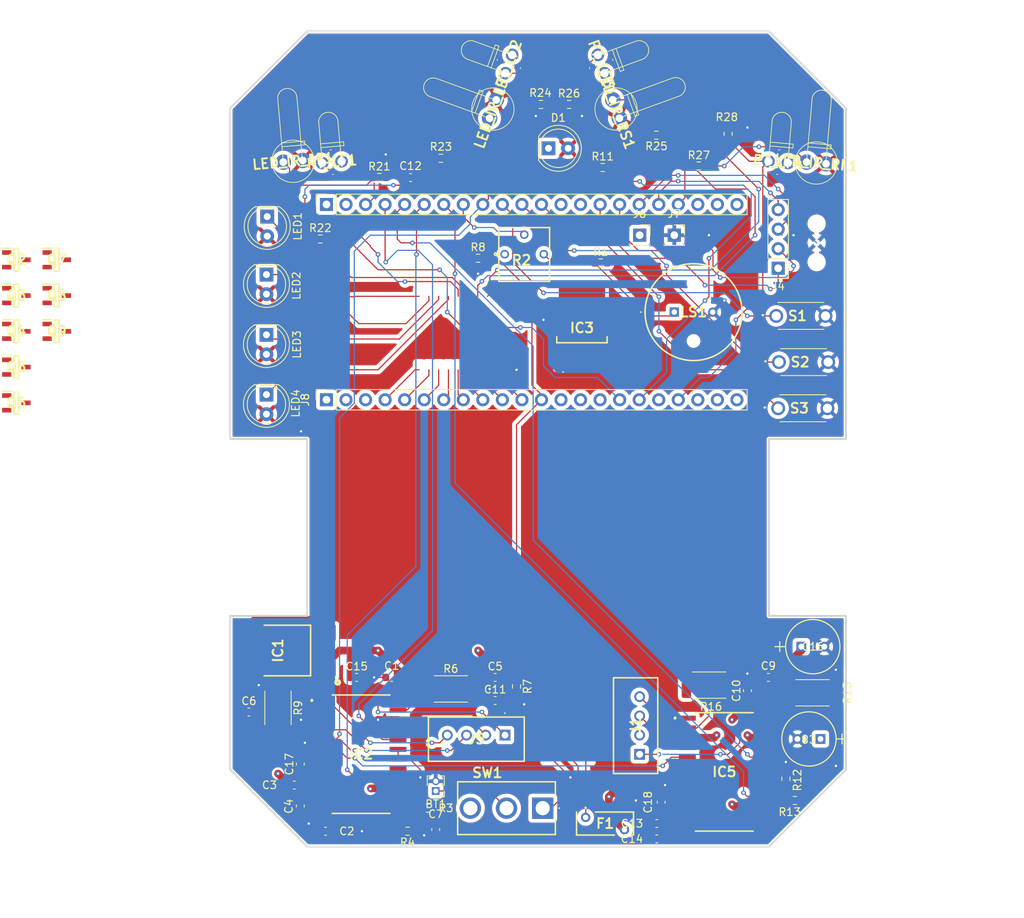
<source format=kicad_pcb>
(kicad_pcb (version 20241229) (generator "pcbnew") (generator_version "9.0")
  (layers (0 "F.Cu" signal) (4 "In1.Cu" power "GND") (6 "In2.Cu" power "PWR") (2 "B.Cu" signal) (13 "F.Paste" user) (15 "B.Paste" user) (5 "F.SilkS" user "F.Silkscreen") (7 "B.SilkS" user "B.Silkscreen") (1 "F.Mask" user) (3 "B.Mask" user) (25 "Edge.Cuts" user))
  (net 0 "")
  (net 1 "GND")
  (net 2 "MODE")
  (net 3 "Net-(BT1-+)")
  (net 4 "+12V")
  (net 5 "Net-(IC2-VCP)")
  (net 6 "Net-(IC2-VREG)")
  (net 7 "5V")
  (net 8 "+5V")
  (net 9 "+3V3")
  (net 10 "Net-(IC5-VCP)")
  (net 11 "Net-(IC5-VREG)")
  (net 12 "Net-(IC2-CP1)")
  (net 13 "Net-(IC2-CP2)")
  (net 14 "Net-(IC5-CP1)")
  (net 15 "Net-(IC5-CP2)")
  (net 16 "Net-(D1-K)")
  (net 17 "Net-(IC2-SENSE2)")
  (net 18 "MOTOR_EN")
  (net 19 "Net-(IC2-SENSE1)")
  (net 20 "DIR_L")
  (net 21 "Net-(IC2-OUT1B)")
  (net 22 "Net-(IC2-OUT2A)")
  (net 23 "Net-(IC2-OUT2B)")
  (net 24 "Net-(SW1-A)")
  (net 25 "STEP_L")
  (net 26 "Net-(IC2-OUT1A)")
  (net 27 "SEN_LED_LS")
  (net 28 "LED1")
  (net 29 "SEN_LED_LF")
  (net 30 "SEN_LED_RF")
  (net 31 "LED2")
  (net 32 "SEN_LED_RS")
  (net 33 "LED3")
  (net 34 "LED4")
  (net 35 "Net-(IC5-SENSE1)")
  (net 36 "Net-(IC5-OUT2B)")
  (net 37 "Net-(IC5-REF)")
  (net 38 "Net-(IC5-OUT1A)")
  (net 39 "Net-(IC5-OUT1B)")
  (net 40 "STEP_R")
  (net 41 "DIR_R")
  (net 42 "Net-(IC5-SENSE2)")
  (net 43 "Net-(IC5-OUT2A)")
  (net 44 "UA3")
  (net 45 "UA4")
  (net 46 "UA2")
  (net 47 "UA1")
  (net 48 "Net-(IC2-MS1)")
  (net 52 "Net-(Q2-D)")
  (net 53 "AD_LS")
  (net 54 "AD_RS")
  (net 55 "Net-(Q3-D)")
  (net 58 "AD_LF")
  (net 61 "AD_RF")
  (net 62 "Net-(Q4-D)")
  (net 63 "unconnected-(J9-Pin_3-Pad3)")
  (net 64 "DOWN")
  (net 65 "UP")
  (net 67 "BUZZER")
  (net 68 "Net-(Q5-D)")
  (net 69 "EXECUTE")
  (net 72 "Net-(LED1-K)")
  (net 73 "Net-(LED2-K)")
  (net 74 "Net-(LED3-K)")
  (net 75 "Net-(LED4-K)")
  (net 76 "Net-(LED_IR_LF1-K)")
  (net 77 "Net-(LED_IR_LS1-K)")
  (net 78 "Net-(LED_IR_RF1-K)")
  (net 79 "Net-(LED_IR_RS1-K)")
  (net 80 "Net-(LS1-+)")
  (net 82 "BATTERY")
  (footprint "Capacitor_SMD:C_0603_1608Metric" (layer "F.Cu") (at 131.175 121.1 180)
    (property "Reference" "C1")
    (property "Value" "10u" (hide yes))
  )
  (footprint "Connector_PinSocket_2.54mm:PinSocket_1x22_P2.54mm_Vertical" (layer "F.Cu") (at 122.7 59.6 90)
    (property "Reference" "J9" (hide yes))
    (property "Value" "Conn_01x22_Socket" (hide yes))
  )
  (footprint "ANT11SF1CQE:ANT11SF1CQE" (layer "F.Cu") (at 150.8 138.1 90)
    (property "Reference" "SW1")
    (property "Value" "SW_SPST" (hide yes))
  )
  (footprint "PTS636_SL43_LFS:PTS636SL43LFS" (layer "F.Cu") (at 181.4 86.1)
    (property "Reference" "S3")
    (property "Value" "PTS636_SL43_LFS" (hide yes))
  )
  (footprint "Capacitor_SMD:C_0603_1608Metric" (layer "F.Cu") (at 112.625 125.6)
    (property "Reference" "C6")
    (property "Value" "2.2u" (hide yes))
  )
  (footprint "Resistor_SMD:R_0603_1608Metric" (layer "F.Cu") (at 137.575 53.6 180)
    (property "Reference" "R23")
    (property "Value" "33" (hide yes))
  )
  (footprint "Capacitor_SMD:C_0603_1608Metric" (layer "F.Cu") (at 166.2 137.325 90)
    (property "Reference" "C18")
    (property "Value" "0.1u" (hide yes))
  )
  (footprint "Connector_PinSocket_2.54mm:PinSocket_1x22_P2.54mm_Vertical" (layer "F.Cu") (at 122.7 85 90)
    (property "Reference" "J8")
    (property "Value" "Conn_01x22_Socket" (hide yes))
  )
  (footprint "KiCad:SOT95P280X125-3N" (layer "F.Cu") (at 82.4 76.1)
    (property "Reference" "Q4")
    (property "Value" "AO3400A" (hide yes))
  )
  (footprint "Resistor_SMD:R_2512_6332Metric" (layer "F.Cu") (at 185.8625 123.1)
    (property "Reference" "R15")
    (property "Value" "0.56" (hide yes))
  )
  (footprint "PTS636_SL43_LFS:PTS636SL43LFS" (layer "F.Cu") (at 181.5 80.1)
    (property "Reference" "S2")
    (property "Value" "PTS636_SL43_LFS" (hide yes))
  )
  (footprint "Capacitor_SMD:C_0603_1608Metric" (layer "F.Cu") (at 118.525 135.1)
    (property "Reference" "C3")
    (property "Value" "0.1u" (hide yes))
  )
  (footprint "A3982SLBTR-T:A3959SLBTRT" (layer "F.Cu") (at 174.4 133.385)
    (property "Reference" "IC5")
    (property "Value" "A3982SLBTR-T" (hide yes))
  )
  (footprint "Resistor_SMD:R_0603_1608Metric" (layer "F.Cu") (at 147.4 122.275 -90)
    (property "Reference" "R7")
    (property "Value" "30k" (hide yes))
  )
  (footprint "Capacitor_SMD:C_0603_1608Metric" (layer "F.Cu") (at 165.625 142.1 180)
    (property "Reference" "C14")
    (property "Value" "1u" (hide yes))
  )
  (footprint "Resistor_SMD:R_0603_1608Metric" (layer "F.Cu") (at 182.4 134.275 90)
    (property "Reference" "R12")
    (property "Value" "10k" (hide yes))
  )
  (footprint "Connector_PinSocket_2.54mm:PinSocket_1x01_P2.54mm_Vertical" (layer "F.Cu") (at 167.9 63.6)
    (property "Reference" "J7")
    (property "Value" "Conn_01x01_Socket" (hide yes))
  )
  (footprint "Resistor_SMD:R_0603_1608Metric" (layer "F.Cu") (at 129.575 56.1)
    (property "Reference" "R21")
    (property "Value" "1k" (hide yes))
  )
  (footprint "LED_THT:LED_D5.0mm" (layer "F.Cu") (at 114.9 76.55 -90)
    (property "Reference" "LED3")
    (property "Value" "LED" (hide yes))
  )
  (footprint "PKM13EPYH4000-A0:PKM13EPYH4000A0" (layer "F.Cu") (at 167.9 73.6)
    (property "Reference" "LS1")
    (property "Value" "PKM13EPYH4000-A0" (hide yes))
  )
  (footprint "footprints:PCAP_SEP_C6_PAN" (layer "F.Cu") (at 186.8972 129.1 180)
    (property "Reference" "C8")
    (property "Value" "100u")
  )
  (footprint "LED_THT:LED_D5.0mm" (layer "F.Cu") (at 115 61.185 -90)
    (property "Reference" "LED1")
    (property "Value" "LED" (hide yes))
  )
  (footprint "B4B-XH-A:B4BXHA" (layer "F.Cu") (at 163.4 131.1 90)
    (property "Reference" "J1")
    (property "Value" "B4B-XH-A" (hide yes))
  )
  (footprint "LIB_TEFT4300:TEFT4300" (layer "F.Cu") (at 181.4 54.1 -5)
    (property "Reference" "PT_LF4")
    (property "Value" "TEFT4300" (hide yes))
  )
  (footprint "Resistor_SMD:R_0603_1608Metric" (layer "F.Cu") (at 150.575 46.6 180)
    (property "Reference" "R24")
    (property "Value" "1k" (hide yes))
  )
  (footprint "KiCad:3362P_1" (layer "F.Cu") (at 148.4 69.6)
    (property "Reference" "R2")
    (property "Value" "10k" (hide yes))
  )
  (footprint "LIB_TEFT4300:TEFT4300" (layer "F.Cu") (at 158.4 41.35 -70)
    (property "Reference" "PT_LF3")
    (property "Value" "TEFT4300" (hide yes))
  )
  (footprint "Resistor_SMD:R_0603_1608Metric" (layer "F.Cu") (at 158.6 54.8)
    (property "Reference" "R11")
    (property "Value" "1k" (hide yes))
  )
  (footprint "Resistor_SMD:R_2512_6332Metric" (layer "F.Cu") (at 138.8625 122.6)
    (property "Reference" "R6")
    (property "Value" "0.5" (hide yes))
  )
  (footprint "LIB_TEFT4300:TEFT4300" (layer "F.Cu") (at 146.4 41.35 70)
    (property "Reference" "PT_LF2")
    (property "Value" "TEFT4300" (hide yes))
  )
  (footprint "Capacitor_SMD:C_0603_1608Metric" (layer "F.Cu") (at 180.125 121.1 180)
    (property "Reference" "C9")
    (property "Value" "10u" (hide yes))
  )
  (footprint "Resistor_SMD:R_0603_1608Metric" (layer "F.Cu") (at 174.9 50.425 90)
    (property "Reference" "R28")
    (property "Value" "1k" (hide yes))
  )
  (footprint "Capacitor_SMD:C_0603_1608Metric" (layer "F.Cu") (at 144.625 121.1)
    (property "Reference" "C5")
    (property "Value" "0.33u" (hide yes))
  )
  (footprint "Capacitor_SMD:C_0603_1608Metric" (layer "F.Cu") (at 119.3 132.375 90)
    (property "Reference" "C17")
    (property "Value" "0.1u" (hide yes))
  )
  (footprint "LED_THT:LED_D5.0mm" (layer "F.Cu") (at 151.56 52.3)
    (property "Reference" "D1")
    (property "Value" "LED5" (hide yes))
  )
  (footprint "Connector_PinHeader_1.27mm:PinHeader_1x02_P1.27mm_Vertical" (layer "F.Cu") (at 136.9 135.87 180)
    (property "Reference" "BT1")
    (property "Value" "Battery_Cell")
  )
  (footprint "PTS636_SL43_LFS:PTS636SL43LFS" (layer "F.Cu") (at 181.15 74.1)
    (property "Reference" "S1")
    (property "Value" "PTS636_SL43_LFS" (hide yes))
  )
  (footprint "Capacitor_SMD:C_0603_1608Metric" (layer "F.Cu") (at 119.3 137.825 -90)
    (property "Reference" "C4")
    (property "Value" "0.22u" (hide yes))
  )
  (footprint "KiCad:SOT95P280X125-3N" (layer "F.Cu") (at 87.65 76.1)
    (property "Reference" "Q9")
    (property "Value" "AO3400A" (hide yes))
  )
  (footprint "Resistor_SMD:R_2512_6332Metric" (layer "F.Cu") (at 116.4 125.0625 -90)
    (property "Reference" "R9")
    (property "Value" "0.5" (hide yes))
  )
  (footprint "Capacitor_SMD:C_0603_1608Metric" (layer "F.Cu") (at 177.4 122.825 90)
    (property "Reference" "C10")
    (property "Value" "1u" (hide yes))
  )
  (footprint "Capacitor_SMD:C_0603_1608Metric" (layer "F.Cu") (at 122.575 141.1 180)
    (property "Reference" "C2")
    (property "Value" "1u" (hide yes))
  )
  (footprint "LIB_SFH_4545:SFH4545" (layer "F.Cu") (at 185.11 54.1 -5)
    (property "Reference" "LED_IR_RF1")
    (property "Value" "SFH_4545" (hide yes))
  )
  (footprint "LIB_RUSBF110-2:RUSBF1102" (layer "F.Cu") (at 156.375 139.3)
    (property "Reference" "F1")
    (property "Value" "RUSBF110-2" (hide yes))
  )
  (footprint "Connector_PinSocket_2.54mm:PinSocket_1x01_P2.54mm_Vertical" (layer "F.Cu") (at 163.4 63.6)
    (property "Reference" "J6")
    (property "Value" "Conn_01x01_Socket" (hide yes))
  )
  (footprint "Resistor_SMD:R_2512_6332Metric" (layer "F.Cu") (at 172.4375 122.1)
    (property "Reference" "R16")
    (property "Value" "0.56" (hide yes))
  )
  (footprint "Resistor_SMD:R_0603_1608Metric" (layer "F.Cu") (at 171.075 54.6 180)
    (property "Reference" "R27")
    (property "Value" "33" (hide yes))
  )
  (footprint "Capacitor_SMD:C_0603_1608Metric" (layer "F.Cu") (at 126.625 121.1)
    (property "Reference" "C15")
    (property "Value" "1u" (hide yes))
  )
  (footprint "KiCad:SOT95P280X125-3N" (layer "F.Cu") (at 82.4 85.4)
    (property "Reference" "Q6")
    (property "Value" "AO3400A" (hide yes))
  )
  (footprint "Capacitor_SMD:C_0603_1608Metric" (layer "F.Cu") (at 136.9 140.875 -90)
    (property "Reference" "C7")
    (property "Value" "1u" (hide yes))
  )
  (footprint "Resistor_SMD:R_0603_1608Metric" (layer "F.Cu") (at 158.35 67.2)
    (property "Reference" "R1")
    (property "Value" "1k" (hide yes))
  )
  (footprint "KiCad:SOT95P280X125-3N" (layer "F.Cu") (at 87.65 71.45)
    (property "Reference" "Q8")
    (property "Value" "AO3400A" (hide yes))
  )
  (footprint "Resistor_SMD:R_0603_1608Metric" (layer "F.Cu") (at 133.225 141.1 180)
    (property "Reference" "R4")
    (property "Value" "20k" (hide yes))
  )
  (footprint "Capacitor_SMD:C_0603_1608Metric" (layer "F.Cu") (at 144.625 124.1)
    (property "Reference" "C11")
    (property "Value" "0.33u" (hide yes))
  )
  (footprint "Resistor_SMD:R_0603_1608Metric" (layer "F.Cu") (at 154.225 46.6)
    (property "Reference" "R26")
    (property "Value" "1k" (hide yes))
  )
  (footprint "LIB_NJM2845DL1-05-TE1:TO-252-3-L1" (layer "F.Cu") (at 114.6 117.6 90)
    (property "Reference" "IC1")
    (property "Value" "NJM2845DL1-05-TE1" (hide yes))
  )
  (footprint "KiCad:SOT95P280X125-3N" (layer "F.Cu") (at 82.4 71.45)
    (property "Reference" "Q3")
    (property "Value" "AO3400A" (hide yes))
  )
  (footprint "Resistor_SMD:R_0603_1608Metric" (layer "F.Cu") (at 183.575 137.1)
    (property "Reference" "R13")
    (property "Value" "20k" (hide yes))
  )
  (footprint "Resistor_SMD:R_0603_1608Metric" (layer "F.Cu") (at 135.9 138.1 180)
    (property "Reference" "R3")
    (property "Value" "10k" (hide yes))
  )
  (footprint "LIB_SFH_4545:SFH4545" (layer "F.Cu") (at 159.90684 46.018794 -70)
    (property "Reference" "LED_IR_RS1")
    (property "Value" "SFH_4545" (hide yes))
  )
  (footprint "Resistor_SMD:R_0603_1608Metric" (layer "F.Cu") (at 165.575 50.6 180)
    (property "Reference" "R25")
    (property "Value" "33" (hide yes))
  )
  (footprint "LIB_SFH_4545:SFH4545" (layer "F.Cu") (at 117.11 54.1 5)
    (property "Reference" "LED_IR_LF1")
    (property "Value" "SFH_4545" (hide yes))
  )
  (footprint "Connector_PinHeader_2.54mm:PinHeader_1x04_P2.54mm_Vertical" (layer "F.Cu") (at 181.4 67.9 180)
    (property "Reference" "J4")
    (property "Value" "Conn_01x04_Socket" (hide yes))
  )
  (footprint "KiCad:SOT95P280X125-3N" (layer "F.Cu") (at 82.4 80.75)
    (property "Reference" "Q5")
    (property "Value" "AO3400A" (hide yes))
  )
  (footprint "Capacitor_SMD:C_0603_1608Metric" (layer "F.Cu") (at 133.625 56.1 180)
    (property "Reference" "C12")
    (property "Value" "2.2u" (hide yes))
  )
  (footprint "footprints:PCAP_SEP_C6_PAN" (layer "F.Cu") (at 184.4028 117.1)
    (property "Reference" "C16")
    (property "Value" "100u")
  )
  (footprint "Capacitor_SMD:C_0603_1608Metric" (layer "F.Cu") (at 165.625 140.1)
    (property "Reference" "C13")
    (property "Value" "0.1u" (hide yes))
  )
  (footprint "LIB_SFH_4545:SFH4545" (layer "F.Cu") (at 143.9 48.381206 70)
    (property "Reference" "LED_IR_LS1")
    (property "Value" "SFH_4545" (hide yes))
  )
  (footprint "Resistor_SMD:R_0603_1608Metric" (layer "F.Cu") (at 142.4 66.6)
    (property "Reference" "R8")
    (property "Value" "10k" (hide yes))
  )
  (footprint "LIB_TEFT4300:TEFT4300" (layer "F.Cu") (at 123.4 54.1 5)
    (property "Reference" "PT_LF1")
    (property "Value" "TEFT4300" (hide yes))
  )
  (footprint "LIB_NJM2845DL1-33-TE1:NJM2845DL133TE1" (layer "F.Cu") (at 155.9 75.6)
    (property "Reference" "IC3")
    (property "Value" "NJM2845DL1-33-TE1" (hide yes))
  )
  (footprint "LED_THT:LED_D5.0mm" (layer "F.Cu") (at 114.9 84.325 -90)
    (property "Reference" "LED4")
    (property "Value" "LED" (hide yes))
  )
  (footprint "A3982SLBTR-T:A3959SLBTRT" (layer "F.Cu") (at 127.2 131.085)
    (property "Reference" "IC2")
    (property "Value" "A3982SLBTR-T" (hide yes))
  )
  (footprint "LED_THT:LED_D5.0mm" (layer "F.Cu") (at 114.9 68.725 -90)
    (property "Reference" "LED2")
    (property "Value" "LED" (hide yes))
  )
  (footprint "KiCad:SOT95P280X125-3N" (layer "F.Cu") (at 82.4 66.8)
    (property "Reference" "Q2")
    (property "Value" "AO3400A" (hide yes))
  )
  (footprint "Resistor_SMD:R_0603_1608Metric" (layer "F.Cu") (at 121.9 64.1)
    (property "Reference" "R22")
    (property "Value" "33" (hide yes))
  )
  (footprint "KiCad:SOT95P280X125-3N" (layer "F.Cu") (at 87.65 66.8)
    (property "Reference" "Q7")
    (property "Value" "AO3400A" (hide yes))
  )
  (footprint "B4B-XH-A:B4BXHA" (layer "F.Cu") (at 145.9 128.6 180)
    (property "Reference" "J5")
    (property "Value" "B4B-XH-A" (hide yes))
  )
  (gr_line (start 120.2 90.1) (end 120.2 113.1) (stroke (width 0.25)) (layer "Edge.Cuts"))
  (gr_line (start 110.2 47.1) (end 110.2 90.1) (stroke (width 0.25)) (layer "Edge.Cuts"))
  (gr_line (start 180.2 90.1) (end 190.2 90.1) (stroke (width 0.25)) (layer "Edge.Cuts"))
  (gr_line (start 110.2 133.1) (end 120.2 143.1) (stroke (width 0.25)) (layer "Edge.Cuts"))
  (gr_line (start 190.2 133.1) (end 190.2 113.1) (stroke (width 0.25)) (layer "Edge.Cuts"))
  (gr_line (start 120.2 37.1) (end 110.2 47.1) (stroke (width 0.25)) (layer "Edge.Cuts"))
  (gr_line (start 120.2 113.1) (end 110.2 113.1) (stroke (width 0.25)) (layer "Edge.Cuts"))
  (gr_line (start 180.2 113.1) (end 180.2 90.1) (stroke (width 0.25)) (layer "Edge.Cuts"))
  (gr_line (start 120.2 143.1) (end 180.2 143.1) (stroke (width 0.25)) (layer "Edge.Cuts"))
  (gr_line (start 180.2 37.1) (end 120.2 37.1) (stroke (width 0.25)) (layer "Edge.Cuts"))
  (gr_line (start 190.2 113.1) (end 180.2 113.1) (stroke (width 0.25)) (layer "Edge.Cuts"))
  (gr_line (start 180.2 143.1) (end 190.2 133.1) (stroke (width 0.25)) (layer "Edge.Cuts"))
  (gr_line (start 110.2 90.1) (end 120.2 90.1) (stroke (width 0.25)) (layer "Edge.Cuts"))
  (gr_line (start 190.2 47.1) (end 180.2 37.1) (stroke (width 0.25)) (layer "Edge.Cuts"))
  (gr_line (start 110.2 113.1) (end 110.2 133.1) (stroke (width 0.25)) (layer "Edge.Cuts"))
  (gr_line (start 190.2 90.1) (end 190.2 47.1) (stroke (width 0.25)) (layer "Edge.Cuts"))
  (segment (start 125.225 71.6) (end 126.4 71.6) (width 0.1524) (layer "F.Cu") (net 0))
  (segment (start 122.225 68.6) (end 125.225 71.6) (width 0.1524) (layer "F.Cu") (net 0))
  (segment (start 122.4 81.1) (end 129.4 81.1) (width 0.1524) (layer "F.Cu") (net 0))
  (segment (start 122.4 77.1) (end 132.1442 77.1) (width 0.1524) (layer "F.Cu") (net 0))
  (segment (start 122.4 72.1) (end 123.9 72.1) (width 0.1524) (layer "F.Cu") (net 0))
  (segment (start 126.9 75.1) (end 133.035 75.1) (width 0.1524) (layer "F.Cu") (net 0))
  (segment (start 133.035 75.1) (end 136.01 72.125) (width 0.1524) (layer "F.Cu") (net 0))
  (segment (start 126.45 71.55) (end 134.74 71.55) (width 0.1524) (layer "F.Cu") (net 0))
  (segment (start 132.1442 77.1) (end 137.28 71.9642) (width 0.1524) (layer "F.Cu") (net 0))
  (segment (start 123.9 72.1) (end 126.9 75.1) (width 0.1524) (layer "F.Cu") (net 0))
  (segment (start 137.28 71.9642) (end 137.28 71.55) (width 0.1524) (layer "F.Cu") (net 0))
  (segment (start 126.4 71.6) (end 126.45 71.55) (width 0.1524) (layer "F.Cu") (net 0))
  (segment (start 136.01 72.125) (end 136.01 71.55) (width 0.1524) (layer "F.Cu") (net 0))
  (segment (start 138.55 71.95) (end 138.55 71.55) (width 0.1524) (layer "F.Cu") (net 0))
  (segment (start 129.4 81.1) (end 138.55 71.95) (width 0.1524) (layer "F.Cu") (net 0))
  (segment (start 185.75 134.1) (end 185.75 135.75) (width 0.1524) (layer "F.Cu") (net 1))
  (segment (start 183.9 129.1) (end 182.4 130.6) (width 0.1524) (layer "F.Cu") (net 1))
  (segment (start 127.4 121.1) (end 128.4 121.1) (width 0.1524) (layer "F.Cu") (net 1))
  (segment (start 132 131.72) (end 133.52 131.72) (width 0.1524) (layer "F.Cu") (net 1))
  (segment (start 177.9 121.1) (end 177.4 120.6) (width 0.1524) (layer "F.Cu") (net 1))
  (segment (start 188.9 118.6) (end 188.9 120.1) (width 0.1524) (layer "F.Cu") (net 1))
  (segment (start 147.4 81.1) (end 144.9 81.1) (width 0.1524) (layer "F.Cu") (net 1))
  (segment (start 164.85 142.1) (end 162.9 140.15) (width 0.1524) (layer "F.Cu") (net 1))
  (segment (start 149.75 47.95) (end 149.9 48.1) (width 0.1524) (layer "F.Cu") (net 1))
  (segment (start 132.85 56.1) (end 131.9 56.1) (width 0.1524) (layer "F.Cu") (net 1))
  (segment (start 177.4 122.05) (end 177.4 120.6) (width 0.1524) (layer "F.Cu") (net 1))
  (segment (start 176.9 120.6) (end 177.4 120.6) (width 0.1524) (layer "F.Cu") (net 1))
  (segment (start 187.4 134.1) (end 188.9 132.6) (width 0.1524) (layer "F.Cu") (net 1))
  (segment (start 136.9 134.6) (end 135.4 134.6) (width 0.1524) (layer "F.Cu") (net 1))
  (segment (start 182.4 130.6) (end 182.4 132.1) (width 0.1524) (layer "F.Cu") (net 1))
  (segment (start 113.4 125.6) (end 113.4 122.6) (width 0.1524) (layer "F.Cu") (net 1))
  (segment (start 185.75 135.75) (end 184.4 137.1) (width 0.1524) (layer "F.Cu") (net 1))
  (segment (start 127.3 141.1) (end 128.8 141.1) (width 0.1524) (layer "F.Cu") (net 1))
  (segment (start 155.05 47.25) (end 155.9 48.1) (width 0.1524) (layer "F.Cu") (net 1))
  (segment (start 180.9 132.1) (end 182.4 132.1) (width 0.1524) (layer "F.Cu") (net 1))
  (segment (start 120.8 140.1) (end 120.4 140.1) (width 0.1524) (layer "F.Cu") (net 1))
  (segment (start 188.825 120.175) (end 188.9 120.1) (width 0.1524) (layer "F.Cu") (net 1))
  (segment (start 142.4 68.6) (end 141.575 67.775) (width 0.1524) (layer "F.Cu") (net 1))
  (segment (start 143.85 124.1) (end 143.85 122.65) (width 0.1524) (layer "F.Cu") (net 1))
  (segment (start 130.45 141.1) (end 132.4 141.1) (width 0.1524) (layer "F.Cu") (net 1))
  (segment (start 119.9 129.6) (end 120.75 130.45) (width 0.1524) (layer "F.Cu") (net 1))
  (segment (start 119.3 139) (end 120.4 140.1) (width 0.1524) (layer "F.Cu") (net 1))
  (segment (start 150.9 74.6) (end 154.705 74.6) (width 0.1524) (layer "F.Cu") (net 1))
  (segment (start 132 130.45) (end 132 131.72) (width 0.1524) (layer "F.Cu") (net 1))
  (segment (start 130.4 54.6) (end 130.4 56.1) (width 0.1524) (layer "F.Cu") (net 1))
  (segment (start 134.9 133.1) (end 134.9 134.1) (width 0.1524) (layer "F.Cu") (net 1))
  (segment (start 116.4 128.025) (end 118.325 128.025) (width 0.1524) (layer "F.Cu") (net 1))
  (segment (start 188.825 123.1) (end 188.825 120.175) (width 0.1524) (layer "F.Cu") (net 1))
  (segment (start 143.325 121.1) (end 141.825 122.6) (width 0.1524) (layer "F.Cu") (net 1))
  (segment (start 143.85 121.1) (end 143.325 121.1) (width 0.1524) (layer "F.Cu") (net 1))
  (segment (start 143.85 121.1) (end 143.85 122.55) (width 0.1524) (layer "F.Cu") (net 1))
  (segment (start 113.9 120.1) (end 113.9 122.1) (width 0.1524) (layer "F.Cu") (net 1))
  (segment (start 122.4 130.45) (end 122.4 131.72) (width 0.1524) (layer "F.Cu") (net 1))
  (segment (start 175.4 122.1) (end 176.9 120.6) (width 0.1524) (layer "F.Cu") (net 1))
  (segment (start 116.4 117.6) (end 113.9 120.1) (width 0.1524) (layer "F.Cu") (net 1))
  (segment (start 187.4 117.1) (end 188.9 118.6) (width 0.1524) (layer "F.Cu") (net 1))
  (segment (start 180.25 132.75) (end 180.9 132.1) (width 0.1524) (layer "F.Cu") (net 1))
  (segment (start 133.52 131.72) (end 134.9 133.1) (width 0.1524) (layer "F.Cu") (net 1))
  (segment (start 149.75 46.6) (end 149.75 47.95) (width 0.1524) (layer "F.Cu") (net 1))
  (segment (start 136.9 141.65) (end 135.416688 141.65) (width 0.1524) (layer "F.Cu") (net 1))
  (segment (start 130.4 53.1) (end 130.4 54.6) (width 0.1524) (layer "F.Cu") (net 1))
  (segment (start 141.825 122.6) (end 143.325 124.1) (width 0.1524) (layer "F.Cu") (net 1))
  (segment (start 113.4 122.6) (end 113.9 122.1) (width 0.1524) (layer "F.Cu") (net 1))
  (segment (start 121.8 141.1) (end 120.8 140.1) (width 0.1524) (layer "F.Cu") (net 1))
  (segment (start 151.8 130.6) (end 151.8 131.5) (width 0.1524) (layer "F.Cu") (net 1))
  (segment (start 177.4 49.6) (end 174.9 49.6) (width 0.1524) (layer "F.Cu") (net 1))
  (segment (start 179.35 121.1) (end 177.9 121.1) (width 0.1524) (layer "F.Cu") (net 1))
  (segment (start 143.325 124.1) (end 143.85 124.1) (width 0.1524) (layer "F.Cu") (net 1))
  (segment (start 151.8 131.5) (end 154.4 134.1) (width 0.1524) (layer "F.Cu") (net 1))
  (segment (start 130.4 121.1) (end 128.4 121.1) (width 0.1524) (layer "F.Cu") (net 1))
  (segment (start 179.2 132.75) (end 179.2 134.02) (width 0.1524) (layer "F.Cu") (net 1))
  (segment (start 155.05 46.6) (end 155.05 47.25) (width 0.1524) (layer "F.Cu") (net 1))
  (segment (start 167.78 134.02) (end 166.7 135.1) (width 0.1524) (layer "F.Cu") (net 1))
  (segment (start 167.78 134.02) (end 169.6 134.02) (width 0.1524) (layer "F.Cu") (net 1))
  (segment (start 143.85 122.65) (end 143.9 122.6) (width 0.1524) (layer "F.Cu") (net 1))
  (segment (start 141.575 67.775) (end 141.575 66.6) (width 0.1524) (layer "F.Cu") (net 1))
  (segment (start 131.9 56.1) (end 130.4 54.6) (width 0.1524) (layer "F.Cu") (net 1))
  (segment (start 120.75 130.45) (end 122.4 130.45) (width 0.1524) (layer "F.Cu") (net 1))
  (segment (start 135.4 134.6) (end 134.9 134.1) (width 0.1524) (layer "F.Cu") (net 1))
  (segment (start 135.416688 141.65) (end 135.4 141.633312) (width 0.1524) (layer "F.Cu") (net 1))
  (segment (start 162.9 140.15) (end 162.9 137.1) (width 0.1524) (layer "F.Cu") (net 1))
  (segment (start 154.705 74.6) (end 155.9 73.405) (width 0.1524) (layer "F.Cu") (net 1))
  (segment (start 179.2 132.75) (end 180.25 132.75) (width 0.1524) (layer "F.Cu") (net 1))
  (segment (start 128.4 121.1) (end 128.9 121.1) (width 0.1524) (layer "F.Cu") (net 1))
  (segment (start 118.325 128.025) (end 119.9 129.6) (width 0.1524) (layer "F.Cu") (net 1))
  (segment (start 143.85 122.55) (end 143.9 122.6) (width 0.1524) (layer "F.Cu") (net 1))
  (segment (start 119.3 138.6) (end 119.3 139) (width 0.1524) (layer "F.Cu") (net 1))
  (via (at 172.4 63.6) (size 0.6) (drill 0.3) (layers "F.Cu" "B.Cu") (net 1))
  (via (at 174.4 72.1) (size 0.6) (drill 0.3) (layers "F.Cu" "B.Cu") (net 1))
  (via (at 147.4 81.1) (size 0.6) (drill 0.3) (layers "F.Cu" "B.Cu") (net 1))
  (via (at 150.9 74.6) (size 0.6) (drill 0.3) (layers "F.Cu" "B.Cu") (net 1))
  (via (at 188.9 120.1) (size 0.6) (drill 0.3) (layers "F.Cu" "B.Cu") (net 1))
  (via (at 119.9 129.6) (size 0.6) (drill 0.3) (layers "F.Cu" "B.Cu") (net 1))
  (via (at 155.9 48.1) (size 0.6) (drill 0.3) (layers "F.Cu" "B.Cu") (net 1))
  (via (at 177.4 49.6) (size 0.6) (drill 0.3) (layers "F.Cu" "B.Cu") (net 1))
  (via (at 119.4 89.1) (size 0.6) (drill 0.3) (layers "F.Cu" "B.Cu") (net 1))
  (via (at 154.4 134.1) (size 0.6) (drill 0.3) (layers "F.Cu" "B.Cu") (net 1))
  (via (at 127.3 141.1) (size 0.6) (drill 0.3) (layers "F.Cu" "B.Cu") (net 1))
  (via (at 120.4 140.1) (size 0.6) (drill 0.3) (layers "F.Cu" "B.Cu") (net 1))
  (via (at 166.7 135.1) (size 0.6) (drill 0.3) (layers "F.Cu" "B.Cu") (net 1))
  (via (at 162.9 137.1) (size 0.6) (drill 0.3) (layers "F.Cu" "B.Cu") (net 1))
  (via (at 143.9 122.6) (size 0.6) (drill 0.3) (layers "F.Cu" "B.Cu") (net 1))
  (via (at 130.4 53.1) (size 0.6) (drill 0.3) (layers "F.Cu" "B.Cu") (net 1))
  (via (at 182.4 132.1) (size 0.6) (drill 0.3) (layers "F.Cu" "B.Cu") (net 1))
  (via (at 188.9 132.6) (size 0.6) (drill 0.3) (layers "F.Cu" "B.Cu") (net 1))
  (via (at 149.9 48.1) (size 0.6) (drill 0.3) (layers "F.Cu" "B.Cu") (net 1))
  (via (at 183.4 63.6) (size 0.6) (drill 0.3) (layers "F.Cu" "B.Cu") (net 1))
  (via (at 134.9 134.1) (size 0.6) (drill 0.3) (layers "F.Cu" "B.Cu") (net 1))
  (via (at 142.4 68.6) (size 0.6) (drill 0.3) (layers "F.Cu" "B.Cu") (net 1))
  (via (at 128.9 121.1) (size 0.6) (drill 0.3) (layers "F.Cu" "B.Cu") (net 1))
  (via (at 135.4 141.633312) (size 0.6) (drill 0.3) (layers "F.Cu" "B.Cu") (net 1))
  (via (at 113.9 122.1) (size 0.6) (drill 0.3) (layers "F.Cu" "B.Cu") (net 1))
  (via (at 177.4 120.6) (size 0.6) (drill 0.3) (layers "F.Cu" "B.Cu") (net 1))
  (segment (start 174.4 72.1) (end 172.9 73.6) (width 0.1524) (layer "B.Cu") (net 1))
  (segment (start 172.4 63.6) (end 167.9 63.6) (width 0.1524) (layer "B.Cu") (net 1))
  (segment (start 183.4 63.6) (end 185.4 63.6) (width 0.1524) (layer "B.Cu") (net 1))
  (segment (start 185.4 63.6) (end 186.4 64.6) (width 0.1524) (layer "B.Cu") (net 1))
  (segment (start 146.1 138.1) (end 143.87 135.87) (width 0.1524) (layer "F.Cu") (net 3))
  (segment (start 143.87 135.87) (end 136.9 135.87) (width 0.1524) (layer "F.Cu") (net 3))
  (segment (start 125.85 121.1) (end 125.85 118.15) (width 1) (layer "F.Cu") (net 4))
  (segment (start 179.2 128.94) (end 177.74 128.94) (width 1) (layer "F.Cu") (net 4))
  (segment (start 161.425 140.9) (end 161.7 140.9) (width 0.1524) (layer "F.Cu") (net 4))
  (segment (start 147.4 123.1) (end 147.4 123.6) (width 1) (layer "F.Cu") (net 4))
  (segment (start 179.2 139.1) (end 179.2 140.37) (width 1) (layer "F.Cu") (net 4))
  (segment (start 177.4 124.6) (end 175.4 126.6) (width 1) (layer "F.Cu") (net 4))
  (segment (start 131.95 120.15) (end 129.4 117.6) (width 1) (layer "F.Cu") (net 4))
  (segment (start 184.4028 117.1) (end 184.4028 117.5972) (width 1) (layer "F.Cu") (net 4))
  (segment (start 164.85 137.701688) (end 164.85 140.1) (width 1) (layer "F.Cu") (net 4))
  (segment (start 126.4 117.6) (end 124.4 117.6) (width 1) (layer "F.Cu") (net 4))
  (segment (start 177.4 123.6) (end 177.4 124.6) (width 1) (layer "F.Cu") (net 4))
  (segment (start 184.4028 117.5972) (end 180.9 121.1) (width 1) (layer "F.Cu") (net 4))
  (segment (start 124.4 117.6) (end 122.65 119.35) (width 1) (layer "F.Cu") (net 4))
  (segment (start 117.75 134.95) (end 116.4 133.6) (width 1) (layer "F.Cu") (net 4))
  (segment (start 125.85 118.15) (end 126.4 117.6) (width 0.1524) (layer "F.Cu") (net 4))
  (segment (start 159.4 136.6) (end 159.8534 136.1466) (width 1) (layer "F.Cu") (net 4))
  (segment (start 122.65 119.35) (end 122.65 119.9) (width 2) (layer "F.Cu") (net 4))
  (segment (start 159.4 136.6) (end 159.4 138.875) (width 1) (layer "F.Cu") (net 4))
  (segment (start 129.44 126.64) (end 129.4 126.6) (width 1) (layer "F.Cu") (net 4))
  (segment (start 179.2 137.83) (end 175.63 137.83) (width 1) (layer "F.Cu") (net 4))
  (segment (start 117.75 135.1) (end 117.75 134.95) (width 1) (layer "F.Cu") (net 4))
  (segment (start 159.8534 136.1466) (end 163.294912 136.1466) (width 1) (layer "F.Cu") (net 4))
  (segment (start 173.06 128.94) (end 173.4 128.6) (width 1) (layer "F.Cu") (net 4))
  (segment (start 179.2 137.83) (end 179.2 139.1) (width 1) (layer "F.Cu") (net 4))
  (segment (start 175.63 137.83) (end 175.4 137.6) (width 1) (layer "F.Cu") (net 4))
  (segment (start 180.9 122.1) (end 179.4 123.6) (width 1) (layer "F.Cu") (net 4))
  (segment (start 179.4 123.6) (end 177.4 123.6) (width 1) (layer "F.Cu") (net 4))
  (segment (start 123.1 119.9) (end 123.4 119.6) (width 0.1524) (layer "F.Cu") (net 4))
  (segment (start 131.95 121.1) (end 131.95 120.15) (width 1) (layer "F.Cu") (net 4))
  (segment (start 169.6 140.37) (end 179.2 140.37) (width 1) (layer "F.Cu") (net 4))
  (segment (start 169.6 128.94) (end 173.06 128.94) (width 1) (layer "F.Cu") (net 4))
  (segment (start 122.65 119.9) (end 123.1 119.9) (width 0.1524) (layer "F.Cu") (net 4))
  (segment (start 177.74 128.94) (end 177.4 128.6) (width 1) (layer "F.Cu") (net 4))
  (segment (start 159.4 138.875) (end 161.425 140.9) (width 1) (layer "F.Cu") (net 4))
  (segment (start 161.7 140.9) (end 161.9 141.1) (width 0.1524) (layer "F.Cu") (net 4))
  (segment (start 132 126.64) (end 129.44 126.64) (width 1) (layer "F.Cu") (net 4))
  (segment (start 119.44 126.64) (end 119.4 126.6) (width 1) (layer "F.Cu") (net 4))
  (segment (start 180.9 121.1) (end 180.9 122.1) (width 1) (layer "F.Cu") (net 4))
  (segment (start 126.4 117.6) (end 129.4 117.6) (width 1) (layer "F.Cu") (net 4))
  (segment (start 145.4 120.6) (end 145.4 121.1) (width 1) (layer "F.Cu") (net 4))
  (segment (start 142.4 117.6) (end 145.4 120.6) (width 1) (layer "F.Cu") (net 4))
  (segment (start 122.4 126.64) (end 119.44 126.64) (width 1) (layer "F.Cu") (net 4))
  (segment (start 116.4 133.75) (end 116.4 133.6) (width 0.1524) (layer "F.Cu") (net 4))
  (segment (start 147.4 123.6) (end 148.4 124.6) (width 1) (layer "F.Cu") (net 4))
  (segment (start 163.294912 136.1466) (end 164.85 137.701688) (width 1) (layer "F.Cu") (net 4))
  (via (at 175.4 126.6) (size 0.6) (drill 0.3) (layers "F.Cu" "B.Cu") (net 4))
  (via (at 142.4 117.6) (size 0.6) (drill 0.3) (layers "F.Cu" "B.Cu") (net 4))
  (via (at 173.4 128.6) (size 0.6) (drill 0.3) (layers "F.Cu" "B.Cu") (net 4))
  (via (at 129.4 117.6) (size 0.6) (drill 0.3) (layers "F.Cu" "B.Cu") (net 4))
  (via (at 128.4 135.6) (size 0.6) (drill 0.3) (layers "F.Cu" "B.Cu") (net 4))
  (via (at 119.4 126.6) (size 0.6) (drill 0.3) (layers "F.Cu" "B.Cu") (net 4))
  (via (at 175.4 137.6) (size 0.6) (drill 0.3) (layers "F.Cu" "B.Cu") (net 4))
  (via (at 129.4 126.6) (size 0.6) (drill 0.3) (layers "F.Cu" "B.Cu") (net 4))
  (via (at 116.4 133.6) (size 0.6) (drill 0.3) (layers "F.Cu" "B.Cu") (net 4))
  (via (at 159.4 136.6) (size 0.6) (drill 0.3) (layers "F.Cu" "B.Cu") (net 4))
  (via (at 148.4 124.6) (size 0.6) (drill 0.3) (layers "F.Cu" "B.Cu") (net 4))
  (via (at 177.4 128.6) (size 0.6) (drill 0.3) (layers "F.Cu" "B.Cu") (net 4))
  (segment (start 119.73 135.53) (end 119.3 135.1) (width 0.1524) (layer "F.Cu") (net 5))
  (segment (start 122.4 135.53) (end 119.73 135.53) (width 0.1524) (layer "F.Cu") (net 5))
  (segment (start 122.4 136.8) (end 119.55 136.8) (width 0.1524) (layer "F.Cu") (net 6))
  (segment (start 120.65 136.8) (end 120.4 137.05) (width 0.1524) (layer "F.Cu") (net 6))
  (segment (start 111.85 115.15) (end 113.4 113.6) (width 1) (layer "F.Cu") (net 7))
  (segment (start 120.95 113.6) (end 122.65 115.3) (width 1) (layer "F.Cu") (net 7))
  (segment (start 113.4 113.6) (end 120.95 113.6) (width 1) (layer "F.Cu") (net 7))
  (segment (start 111.85 125.6) (end 111.85 115.15) (width 1) (layer "F.Cu") (net 7))
  (segment (start 158.345 79.655) (end 158.4 79.6) (width 1) (layer "F.Cu") (net 9))
  (segment (start 169.6 137.83) (end 168.47 137.83) (width 0.1524) (layer "F.Cu") (net 10))
  (segment (start 168.47 137.83) (end 166.2 140.1) (width 0.1524) (layer "F.Cu") (net 10))
  (segment (start 169.6 139.1) (end 168.9858 139.1) (width 0.1524) (layer "F.Cu") (net 11))
  (segment (start 166.2 141.8858) (end 166.2 142.1) (width 0.1524) (layer "F.Cu") (net 11))
  (segment (start 169.6 139.1) (end 168.7 139.1) (width 0.1524) (layer "F.Cu") (net 11))
  (segment (start 168.9858 139.1) (end 166.2 141.8858) (width 0.1524) (layer "F.Cu") (net 11))
  (segment (start 122.4 132.99) (end 120.69 132.99) (width 0.1524) (layer "F.Cu") (net 12))
  (segment (start 120.69 132.99) (end 119.3 131.6) (width 0.1524) (layer "F.Cu") (net 12))
  (segment (start 120.41 134.26) (end 119.3 133.15) (width 0.1524) (layer "F.Cu") (net 13))
  (segment (start 122.4 134.26) (end 120.41 134.26) (width 0.1524) (layer "F.Cu") (net 13))
  (segment (start 167.46 135.29) (end 166.2 136.55) (width 0.1524) (layer "F.Cu") (net 14))
  (segment (start 169.6 135.29) (end 167.46 135.29) (width 0.1524) (layer "F.Cu") (net 14))
  (segment (start 167.74 136.56) (end 169.6 136.56) (width 0.1524) (layer "F.Cu") (net 15))
  (segment (start 166.2 138.1) (end 167.74 136.56) (width 0.1524) (layer "F.Cu") (net 15))
  (segment (start 122.4 125.37) (end 121.17 125.37) (width 0.1524) (layer "F.Cu") (net 17))
  (segment (start 121.17 125.37) (end 117.9 122.1) (width 0.1524) (layer "F.Cu") (net 17))
  (segment (start 166.4 132.6) (end 167.52 131.48) (width 0.1524) (layer "F.Cu") (net 18))
  (segment (start 124.4 128.68) (end 123.9 129.18) (width 0.1524) (layer "F.Cu") (net 18))
  (segment (start 143.75 58.87) (end 143.02 59.6) (width 0.1524) (layer "F.Cu") (net 18))
  (segment (start 123.9 129.18) (end 124.48 129.18) (width 0.1524) (layer "F.Cu") (net 18))
  (segment (start 125.4 131.6) (end 126.4 131.6) (width 0.1524) (layer "F.Cu") (net 18))
  (segment (start 124.4 128.4386) (end 124.4 128.68) (width 0.1524) (layer "F.Cu") (net 18))
  (segment (start 122.4 129.18) (end 123.9 129.18) (width 0.1524) (layer "F.Cu") (net 18))
  (segment (start 124.48 129.18) (end 125.9 130.6) (width 0.1524) (layer "F.Cu") (net 18))
  (segment (start 122.98 129.18) (end 125.4 131.6) (width 0.1524) (layer "F.Cu") (net 18))
  (segment (start 167.52 131.48) (end 169.6 131.48) (width 0.1524) (layer "F.Cu") (net 18))
  (segment (start 125.9 130.6) (end 126.4 130.6) (width 0.1524) (layer "F.Cu") (net 18))
  (segment (start 122.4 129.18) (end 122.98 129.18) (width 0.1524) (layer "F.Cu") (net 18))
  (segment (start 143.75 55.6) (end 143.75 58.87) (width 0.1524) (layer "F.Cu") (net 18))
  (via (at 166.4 132.6) (size 0.6) (drill 0.3) (layers "F.Cu" "B.Cu") (net 18))
  (via (at 126.4 130.6) (size 0.6) (drill 0.3) (layers "F.Cu" "B.Cu") (net 18))
  (via (at 126.4 131.6) (size 0.6) (drill 0.3) (layers "F.Cu" "B.Cu") (net 18))
  (via (at 124.4 128.4386) (size 0.6) (drill 0.3) (layers "F.Cu" "B.Cu") (net 18))
  (segment (start 126.3196 85.447185) (end 124.4 87.366785) (width 0.1524) (layer "B.Cu") (net 18))
  (segment (start 127.4 132.6) (end 166.4 132.6) (width 0.1524) (layer "B.Cu") (net 18))
  (segment (start 141.4 61.22) (end 143.02 59.6) (width 0.1524) (layer "B.Cu") (net 18))
  (segment (start 126.4 131.6) (end 127.4 132.6) (width 0.1524) (layer "B.Cu") (net 18))
  (segment (start 124.4 87.366785) (end 124.4 128.4386) (width 0.1524) (layer "B.Cu") (net 18))
  (segment (start 139.9 63.6) (end 141.4 62.1) (width 0.1524) (layer "B.Cu") (net 18))
  (segment (start 126.3196 65.6804) (end 126.3196 85.447185) (width 0.1524) (layer "B.Cu") (net 18))
  (segment (start 141.4 62.1) (end 141.4 61.22) (width 0.1524) (layer "B.Cu") (net 18))
  (segment (start 128.4 63.6) (end 126.3196 65.6804) (width 0.1524) (layer "B.Cu") (net 18))
  (segment (start 139.9 63.6) (end 128.4 63.6) (width 0.1524) (layer "B.Cu") (net 18))
  (segment (start 133.13 125.37) (end 132 125.37) (width 0.1524) (layer "F.Cu") (net 19))
  (segment (start 135.9 122.6) (end 133.13 125.37) (width 0.1524) (layer "F.Cu") (net 19))
  (segment (start 130.32 67.02) (end 130.4 67.1) (width 0.1524) (layer "F.Cu") (net 20))
  (segment (start 126.9 126.1) (end 129.98 129.18) (width 0.1524) (layer "F.Cu") (net 20))
  (segment (start 130.32 59.6) (end 130.32 67.02) (width 0.1524) (layer "F.Cu") (net 20))
  (segment (start 129.98 129.18) (end 132 129.18) (width 0.1524) (layer "F.Cu") (net 20))
  (via (at 130.4 67.1) (size 0.6) (drill 0.3) (layers "F.Cu" "B.Cu") (net 20))
  (via (at 126.9 126.1) (size 0.6) (drill 0.3) (layers "F.Cu" "B.Cu") (net 20))
  (segment (start 134.619368 65.5704) (end 136.4796 67.430632) (width 0.1524) (layer "B.Cu") (net 20))
  (segment (start 136.4796 67.430632) (end 136.4796 115.0204) (width 0.1524) (layer "B.Cu") (net 20))
  (segment (start 126.9 124.6) (end 126.9 126.1) (width 0.1524) (layer "B.Cu") (net 20))
  (segment (start 131.9296 65.5704) (end 134.619368 65.5704) (width 0.1524) (layer "B.Cu") (net 20))
  (segment (start 136.4796 115.0204) (end 126.9 124.6) (width 0.1524) (layer "B.Cu") (net 20))
  (segment (start 130.4 67.1) (end 131.9296 65.5704) (width 0.1524) (layer "B.Cu") (net 20))
  (segment (start 135.4 126.6) (end 141.4 126.6) (width 0.1524) (layer "F.Cu") (net 21))
  (segment (start 141.4 126.6) (end 143.4 128.6) (width 0.1524) (layer "F.Cu") (net 21))
  (segment (start 132 127.91) (end 134.09 127.91) (width 0.1524) (layer "F.Cu") (net 21))
  (segment (start 134.09 127.91) (end 135.4 126.6) (width 0.1524) (layer "F.Cu") (net 21))
  (segment (start 122.9 124.1) (end 122.4 124.1) (width 0.1524) (layer "F.Cu") (net 22))
  (segment (start 137.4 129.6) (end 136.4 129.6) (width 0.1524) (layer "F.Cu") (net 22))
  (segment (start 128.4 129.6) (end 122.9 124.1) (width 0.1524) (layer "F.Cu") (net 22))
  (segment (start 138.4 128.6) (end 137.4 129.6) (width 0.1524) (layer "F.Cu") (net 22))
  (via (at 128.4 129.6) (size 0.6) (drill 0.3) (layers "F.Cu" "B.Cu") (net 22))
  (via (at 136.4 129.6) (size 0.6) (drill 0.3) (layers "F.Cu" "B.Cu") (net 22))
  (segment (start 136.4 129.6) (end 128.4 129.6) (width 0.1524) (layer "B.Cu") (net 22))
  (segment (start 140.9 128.6) (end 138.9 130.6) (width 0.1524) (layer "F.Cu") (net 23))
  (segment (start 138.9 130.6) (end 138.4 130.6) (width 0.1524) (layer "F.Cu") (net 23))
  (segment (start 127.9 130.6) (end 125.21 127.91) (width 0.1524) (layer "F.Cu") (net 23))
  (segment (start 125.21 127.91) (end 122.4 127.91) (width 0.1524) (layer "F.Cu") (net 23))
  (via (at 127.9 130.6) (size 0.6) (drill 0.3) (layers "F.Cu" "B.Cu") (net 23))
  (via (at 138.4 130.6) (size 0.6) (drill 0.3) (layers "F.Cu" "B.Cu") (net 23))
  (segment (start 138.4 130.6) (end 127.9 130.6) (width 0.1524) (layer "B.Cu") (net 23))
  (segment (start 150.8 138.1) (end 151.9 138.1) (width 0.1524) (layer "F.Cu") (net 24))
  (segment (start 156.4 139.275) (end 156.375 139.3) (width 0.1524) (layer "F.Cu") (net 24))
  (segment (start 154.1 131.3) (end 154.1 124.1) (width 0.1524) (layer "F.Cu") (net 24))
  (segment (start 155.4 132.6) (end 154.1 131.3) (width 0.1524) (layer "F.Cu") (net 24))
  (segment (start 151.9 138.1) (end 155.4 134.6) (width 0.1524) (layer "F.Cu") (net 24))
  (segment (start 155.4 134.6) (end 155.4 132.6) (width 0.1524) (layer "F.Cu") (net 24))
  (segment (start 156.4 130.6) (end 156.4 139.275) (width 0.1524) (layer "F.Cu") (net 24))
  (segment (start 134.4 66.1) (end 134.4 60.6) (width 0.1524) (layer "F.Cu") (net 25))
  (segment (start 132 134.26) (end 126.56 134.26) (width 0.1524) (layer "F.Cu") (net 25))
  (segment (start 134.4 60.6) (end 135.4 59.6) (width 0.1524) (layer "F.Cu") (net 25))
  (segment (start 126.56 134.26) (end 125.4 133.1) (width 0.1524) (layer "F.Cu") (net 25))
  (via (at 134.4 66.1) (size 0.6) (drill 0.3) (layers "F.Cu" "B.Cu") (net 25))
  (via (at 125.4 133.1) (size 0.6) (drill 0.3) (layers "F.Cu" "B.Cu") (net 25))
  (segment (start 125.4 115.6) (end 131.9 109.1) (width 0.1524) (layer "B.Cu") (net 25))
  (segment (start 125.4 133.1) (end 125.4 115.6) (width 0.1524) (layer "B.Cu") (net 25))
  (segment (start 134.3204 66.1796) (end 134.4 66.1) (width 0.1524) (layer "B.Cu") (net 25))
  (segment (start 134.3204 106.6796) (end 134.3204 66.1796) (width 0.1524) (layer "B.Cu") (net 25))
  (segment (start 131.9 109.1) (end 134.3204 106.6796) (width 0.1524) (layer "B.Cu") (net 25))
  (segment (start 129.4 125.6) (end 129.4 124.6) (width 0.1524) (layer "F.Cu") (net 26))
  (segment (start 129.4 124.6) (end 129.9 124.1) (width 0.1524) (layer "F.Cu") (net 26))
  (segment (start 129.9 124.1) (end 132 124.1) (width 0.1524) (layer "F.Cu") (net 26))
  (segment (start 145.9 128.6) (end 142.9 125.6) (width 0.1524) (layer "F.Cu") (net 26))
  (via (at 129.4 125.6) (size 0.6) (drill 0.3) (layers "F.Cu" "B.Cu") (net 26))
  (via (at 142.9 125.6) (size 0.6) (drill 0.3) (layers "F.Cu" "B.Cu") (net 26))
  (segment (start 142.9 125.6) (end 129.4 125.6) (width 0.1524) (layer "B.Cu") (net 26))
  (segment (start 139.82 81.1) (end 139.82 84.34) (width 0.1524) (layer "F.Cu") (net 27))
  (segment (start 139.82 84.34) (end 140.48 85) (width 0.1524) (layer "F.Cu") (net 27))
  (segment (start 134.22 81.1) (end 130.32 85) (width 0.1524) (layer "F.Cu") (net 28))
  (segment (start 134.74 81.1) (end 134.22 81.1) (width 0.1524) (layer "F.Cu") (net 28))
  (segment (start 141.09 83.07) (end 143.02 85) (width 0.1524) (layer "F.Cu") (net 29))
  (segment (start 141.09 81.1) (end 141.09 83.07) (width 0.1524) (layer "F.Cu") (net 29))
  (segment (start 142.36 81.8) (end 145.56 85) (width 0.1524) (layer "F.Cu") (net 30))
  (segment (start 142.36 81.1) (end 142.36 81.8) (width 0.1524) (layer "F.Cu") (net 30))
  (segment (start 136.01 81.1) (end 136.01 81.85) (width 0.1524) (layer "F.Cu") (net 31))
  (segment (start 136.01 81.85) (end 132.86 85) (width 0.1524) (layer "F.Cu") (net 31))
  (segment (start 143.63 81.1) (end 143.63 81.83) (width 0.1524) (layer "F.Cu") (net 32))
  (segment (start 146.2 83.1) (end 148.1 85) (width 0.1524) (layer "F.Cu") (net 32))
  (segment (start 143.63 81.83) (end 144.9 83.1) (width 0.1524) (layer "F.Cu") (net 32))
  (segment (start 144.9 83.1) (end 146.2 83.1) (width 0.1524) (layer "F.Cu") (net 32))
  (segment (start 137.28 81.1) (end 137.28 83.12) (width 0.1524) (layer "F.Cu") (net 33))
  (segment (start 137.28 83.12) (end 135.4 85) (width 0.1524) (layer "F.Cu") (net 33))
  (segment (start 138.55 81.1) (end 138.55 84.39) (width 0.1524) (layer "F.Cu") (net 34))
  (segment (start 138.55 84.39) (end 137.94 85) (width 0.1524) (layer "F.Cu") (net 34))
  (segment (start 180.4 127.67) (end 179.2 127.67) (width 0.1524) (layer "F.Cu") (net 35))
  (segment (start 180.405 127.67) (end 180.4 127.67) (width 0.1524) (layer "F.Cu") (net 35))
  (segment (start 182.9 125.17) (end 182.9 123.1) (width 0.1524) (layer "F.Cu") (net 35))
  (segment (start 180.4 127.67) (end 182.9 125.17) (width 0.1524) (layer "F.Cu") (net 35))
  (segment (start 167.51 130.21) (end 169.6 130.21) (width 0.1524) (layer "F.Cu") (net 36))
  (segment (start 163.4 126.1) (end 167.51 130.21) (width 0.1524) (layer "F.Cu") (net 36))
  (segment (start 180.56 135.29) (end 179.2 135.29) (width 0.1524) (layer "F.Cu") (net 37))
  (segment (start 182.4 133.45) (end 180.56 135.29) (width 0.1524) (layer "F.Cu") (net 37))
  (segment (start 182.37 137.1) (end 180.56 135.29) (width 0.1524) (layer "F.Cu") (net 37))
  (segment (start 182.75 137.1) (end 182.37 137.1) (width 0.1524) (layer "F.Cu") (net 37))
  (segment (start 176.4 128.425) (end 178.425 126.4) (width 0.1524) (layer "F.Cu") (net 38))
  (segment (start 173.9 131.1) (end 174.9 131.1) (width 0.1524) (layer "F.Cu") (net 38))
  (segment (start 178.425 126.4) (end 179.2 126.4) (width 0.1524) (layer "F.Cu") (net 38))
  (segment (start 163.4 131.1) (end 165.9 131.1) (width 0.1524) (layer "F.Cu") (net 38))
  (segment (start 176.4 129.6) (end 176.4 128.425) (width 0.1524) (layer "F.Cu") (net 38))
  (segment (start 174.9 131.1) (end 176.4 129.6) (width 0.1524) (layer "F.Cu") (net 38))
  (via (at 173.9 131.1) (size 0.6) (drill 0.3) (layers "F.Cu" "B.Cu") (net 38))
  (via (at 165.9 131.1) (size 0.6) (drill 0.3) (layers "F.Cu" "B.Cu") (net 38))
  (segment (start 165.9 131.1) (end 173.9 131.1) (width 0.1524) (layer "B.Cu") (net 38))
  (segment (start 179.36 136.56) (end 179.4 136.6) (width 0.1524) (layer "F.Cu") (net 40))
  (segment (start 139.4 68.6) (end 139.4 61.06) (width 0.1524) (layer "F.Cu") (net 40))
  (segment (start 177.36 136.56) (end 176.9 136.1) (width 0.1524) (layer "F.Cu") (net 40))
  (segment (start 179.2 136.56) (end 177.36 136.56) (width 0.1524) (layer "F.Cu") (net 40))
  (segment (start 139.4 61.06) (end 137.94 59.6) (width 0.1524) (layer "F.Cu") (net 40))
  (segment (start 179.2 136.56) (end 179.36 136.56) (width 0.1524) (layer "F.Cu") (net 40))
  (via (at 139.4 68.6) (size 0.6) (drill 0.3) (layers "F.Cu" "B.Cu") (net 40))
  (via (at 176.9 136.1) (size 0.6) (drill 0.3) (layers "F.Cu" "B.Cu") (net 40))
  (segment (start 176.9 133.351032) (end 139.4 95.851032) (width 0.1524) (layer "B.Cu") (net 40))
  (segment (start 176.9 136.1) (end 176.9 133.351032) (width 0.1524) (layer "B.Cu") (net 40))
  (segment (start 139.4 95.851032) (end 139.4 68.6) (width 0.1524) (layer "B.Cu") (net 40))
  (segment (start 131.9 60.56) (end 132.86 59.6) (width 0.1524) (layer "F.Cu") (net 41))
  (segment (start 177.78 131.48) (end 177.4 131.1) (width 0.1524) (layer "F.Cu") (net 41))
  (segment (start 132.4 64.6) (end 131.9 64.1) (width 0.1524) (layer "F.Cu") (net 41))
  (segment (start 179.2 131.48) (end 177.78 131.48) (width 0.1524) (layer "F.Cu") (net 41))
  (segment (start 131.9 64.1) (end 131.9 60.56) (width 0.1524) (layer "F.Cu") (net 41))
  (segment (start 133.8714 64.6) (end 132.4 64.6) (width 0.1524) (layer "F.Cu") (net 41))
  (via (at 177.4 131.1) (size 0.6) (drill 0.3) (layers "F.Cu" "B.Cu") (net 41))
  (via (at 133.8714 64.6) (size 0.6) (drill 0.3) (layers "F.Cu" "B.Cu") (net 41))
  (segment (start 149.5604 103.2604) (end 149.5604 78.011432) (width 0.1524) (layer "B.Cu") (net 41))
  (segment (start 136.148968 64.6) (end 133.8714 64.6) (width 0.1524) (layer "B.Cu") (net 41))
  (segment (start 177.4 131.1) (end 149.5604 103.2604) (width 0.1524) (layer "B.Cu") (net 41))
  (segment (start 149.5604 78.011432) (end 136.148968 64.6) (width 0.1524) (layer "B.Cu") (net 41))
  (segment (start 170.83 127.67) (end 169.6 127.67) (width 0.1524) (layer "F.Cu") (net 42))
  (segment (start 169.475 122.1) (end 172.4 125.025) (width 0.1524) (layer "F.Cu") (net 42))
  (segment (start 172.4 125.025) (end 172.4 126.1) (width 0.1524) (layer "F.Cu") (net 42))
  (segment (start 172.4 126.1) (end 170.83 127.67) (width 0.1524) (layer "F.Cu") (net 42))
  (segment (start 163.4 123.6) (end 166.2 126.4) (width 0.1524) (layer "F.Cu") (net 43))
  (segment (start 166.2 126.4) (end 169.6 126.4) (width 0.1524) (layer "F.Cu") (net 43))
  (segment (start 181.4 62.82) (end 181.9 63.32) (width 0.1524) (layer "F.Cu") (net 44))
  (segment (start 168.4 55.818997) (end 167.121003 55.818997) (width 0.1524) (layer "F.Cu") (net 44))
  (segment (start 181.9 63.32) (end 181.9 63.6) (width 0.1524) (layer "F.Cu") (net 44))
  (segment (start 183.4 59.6) (end 181.4 57.6) (width 0.1524) (layer "F.Cu") (net 44))
  (segment (start 183.4 64.82) (end 183.4 65.1) (width 0.1524) (layer "F.Cu") (net 44))
  (segment (start 181.4 62.82) (end 183.4 60.82) (width 0.1524) (layer "F.Cu") (net 44))
  (segment (start 183.4 60.82) (end 183.4 59.6) (width 0.1524) (layer "F.Cu") (net 44))
  (segment (start 167.121003 55.818997) (end 163.34 59.6) (width 0.1524) (layer "F.Cu") (net 44))
  (via (at 168.4 55.818997) (size 0.6) (drill 0.3) (layers "F.Cu" "B.Cu") (net 44))
  (via (at 181.4 57.6) (size 0.6) (drill 0.3) (layers "F.Cu" "B.Cu") (net 44))
  (segment (start 181.4 57.6) (end 179.618997 55.818997) (width 0.1524) (layer "B.Cu") (net 44))
  (segment (start 179.618997 55.818997) (end 168.4 55.818997) (width 0.1524) (layer "B.Cu") (net 44))
  (segment (start 165.88 58.12) (end 165.88 59.6) (width 0.1524) (layer "F.Cu") (net 45))
  (segment (start 168.4 56.5714) (end 167.4286 56.5714) (width 0.1524) (layer "F.Cu") (net 45))
  (segment (start 167.4286 56.5714) (end 165.88 58.12) (width 0.1524) (layer "F.Cu") (net 45))
  (segment (start 181.4 59.1) (end 180.4 58.1) (width 0.1524) (layer "F.Cu") (net 45))
  (segment (start 181.4 60.28) (end 181.4 59.1) (width 0.1524) (layer "F.Cu") (net 45))
  (via (at 180.4 58.1) (size 0.6) (drill 0.3) (layers "F.Cu" "B.Cu") (net 45))
  (via (at 168.4 56.5714) (size 0.6) (drill 0.3) (layers "F.Cu" "B.Cu") (net 45))
  (segment (start 178.9 56.6) (end 180.4 58.1) (width 0.1524) (layer "B.Cu") (net 45))
  (segment (start 168.4286 56.6) (end 178.9 56.6) (width 0.1524) (layer "B.Cu") (net 45))
  (segment (start 168.4 56.5714) (end 168.4286 56.6) (width 0.1524) (layer "B.Cu") (net 45))
  (segment (start 183.4 67.36) (end 183.4 67.6) (width 0.1524) (layer "F.Cu") (net 46))
  (segment (start 181.4 65.36) (end 183.4 67.36) (width 0.1524) (layer "F.Cu") (net 46))
  (segment (start 172.4 65.1) (end 170.9 65.1) (width 0.1524) (layer "F.Cu") (net 46))
  (segment (start 170.4 65.6) (end 163.2408 65.6) (width 0.1524) (layer "F.Cu") (net 46))
  (segment (start 170.9 65.1) (end 170.4 65.6) (width 0.1524) (layer "F.Cu") (net 46))
  (segment (start 163.2408 65.6) (end 160.8 63.1592) (width 0.1524) (layer "F.Cu") (net 46))
  (segment (start 173.8714 69.0714) (end 172.9 68.1) (width 0.1524) (layer "F.Cu") (net 46))
  (segment (start 173.8714 69.1) (end 173.8714 69.0714) (width 0.1524) (layer "F.Cu") (net 46))
  (segment (start 172.9296 65.6296) (end 172.4 65.1) (width 0.1524) (layer "F.Cu") (net 46))
  (segment (start 172.9 68.1) (end 172.9296 68.0704) (width 0.1524) (layer "F.Cu") (net 46))
  (segment (start 160.8 63.1592) (end 160.8 59.6) (width 0.1524) (layer "F.Cu") (net 46))
  (segment (start 172.9296 68.0704) (end 172.9296 65.6296) (width 0.1524) (layer "F.Cu") (net 46))
  (via (at 173.8714 69.1) (size 0.6) (drill 0.3) (layers "F.Cu" "B.Cu") (net 46))
  (via (at 183.4 67.6) (size 0.6) (drill 0.3) (layers "F.Cu" "B.Cu") (net 46))
  (segment (start 183.4 67.6) (end 183.4 68.0592) (width 0.1524) (layer "B.Cu") (net 46))
  (segment (start 183.4 68.0592) (end 182.3592 69.1) (width 0.1524) (layer "B.Cu") (net 46))
  (segment (start 182.3592 69.1) (end 173.8714 69.1) (width 0.1524) (layer "B.Cu") (net 46))
  (segment (start 180.9 70.6) (end 180.4 70.6) (width 0.1524) (layer "F.Cu") (net 47))
  (segment (start 171.8714 69.939431) (end 168.531969 66.6) (width 0.1524) (layer "F.Cu") (net 47))
  (segment (start 171.8714 70.1) (end 171.8714 69.939431) (width 0.1524) (layer "F.Cu") (net 47))
  (segment (start 181.4 70.1) (end 180.9 70.6) (width 0.1524) (layer "F.Cu") (net 47))
  (segment (start 158.26 62.46) (end 158.26 59.6) (width 0.1524) (layer "F.Cu") (net 47))
  (segment (start 162.4 66.6) (end 158.26 62.46) (width 0.1524) (layer "F.Cu") (net 47))
  (segment (start 181.4 67.9) (end 181.4 70.1) (width 0.1524) (layer "F.Cu") (net 47))
  (segment (start 168.531969 66.6) (end 162.4 66.6) (width 0.1524) (layer "F.Cu") (net 47))
  (via (at 171.8714 70.1) (size 0.6) (drill 0.3) (layers "F.Cu" "B.Cu") (net 47))
  (via (at 180.4 70.6) (size 0.6) (drill 0.3) (layers "F.Cu" "B.Cu") (net 47))
  (segment (start 180.4 70.6) (end 179.9 70.1) (width 0.1524) (layer "B.Cu") (net 47))
  (segment (start 179.9 70.1) (end 171.8714 70.1) (width 0.1524) (layer "B.Cu") (net 47))
  (segment (start 122.4 138.07) (end 132 138.07) (width 1) (layer "F.Cu") (net 48))
  (segment (start 132 135.53) (end 128.47 135.53) (width 1) (layer "F.Cu") (net 48))
  (segment (start 135.075 140.075) (end 134.05 141.1) (width 0.1524) (layer "F.Cu") (net 48))
  (segment (start 132.775 132.99) (end 132 132.99) (width 0.1524) (layer "F.Cu") (net 48))
  (segment (start 135.075 135.29) (end 132.775 132.99) (width 0.1524) (layer "F.Cu") (net 48))
  (segment (start 135.075 138.1) (end 135.075 135.29) (width 0.1524) (layer "F.Cu") (net 48))
  (segment (start 128.47 135.53) (end 128.4 135.6) (width 0.1524) (layer "F.Cu") (net 48))
  (segment (start 132 136.8) (end 132 135.53) (width 1) (layer "F.Cu") (net 48))
  (segment (start 132 135.53) (end 132.33 135.53) (width 0.1524) (layer "F.Cu") (net 48))
  (segment (start 132 138.07) (end 132 136.8) (width 1) (layer "F.Cu") (net 48))
  (segment (start 135.075 138.1) (end 135.075 140.075) (width 0.1524) (layer "F.Cu") (net 48))
  (segment (start 132.33 135.53) (end 132.4 135.6) (width 0.1524) (layer "F.Cu") (net 48))
  (segment (start 122.725 64.1) (end 122.725 65.925) (width 0.1524) (layer "F.Cu") (net 52))
  (segment (start 141.09 71.1358) (end 141.09 71.55) (width 0.1524) (layer "F.Cu") (net 52))
  (segment (start 139.0542 69.1) (end 141.09 71.1358) (width 0.1524) (layer "F.Cu") (net 52))
  (segment (start 125.9 69.1) (end 139.0542 69.1) (width 0.1524) (layer "F.Cu") (net 52))
  (segment (start 122.725 65.925) (end 125.9 69.1) (width 0.1524) (layer "F.Cu") (net 52))
  (segment (start 163.4 56.6) (end 162.311912 56.6) (width 0.1524) (layer "F.Cu") (net 53))
  (segment (start 162.311912 56.6) (end 152.311912 46.6) (width 0.1524) (layer "F.Cu") (net 53))
  (segment (start 145.965634 42.54341) (end 150.34341 42.54341) (width 0.1524) (layer "F.Cu") (net 53))
  (segment (start 171.9 72.1) (end 172.4 71.6) (width 0.1524) (layer "F.Cu") (net 53))
  (segment (start 151.4 43.6) (end 151.4 46.6) (width 0.1524) (layer "F.Cu") (net 53))
  (segment (start 152.311912 46.6) (end 151.4 46.6) (width 0.1524) (layer "F.Cu") (net 53))
  (segment (start 150.34341 42.54341) (end 151.4 43.6) (width 0.1524) (layer "F.Cu") (net 53))
  (segment (start 172.4 71.6) (end 172.4 66.6) (width 0.1524) (layer "F.Cu") (net 53))
  (via (at 171.9 72.1) (size 0.6) (drill 0.3) (layers "F.Cu" "B.Cu") (net 53))
  (via (at 163.4 56.6) (size 0.6) (drill 0.3) (layers "F.Cu" "B.Cu") (net 53))
  (via (at 172.4 66.6) (size 0.6) (drill 0.3) (layers "F.Cu" "B.Cu") (net 53))
  (segment (start 177.9 61.1) (end 177.9 58.1) (width 0.1524) (layer "B.Cu") (net 53))
  (segment (start 163.9 57.1) (end 163.4 56.6) (width 0.1524) (layer "B.Cu") (net 53))
  (segment (start 177.9 58.1) (end 176.9 57.1) (width 0.1524) (layer "B.Cu") (net 53))
  (segment (start 166.9 77.1) (end 166.9 81.44) (width 0.1524) (layer "B.Cu") (net 53))
  (segment (start 176.9 57.1) (end 163.9 57.1) (width 0.1524) (layer "B.Cu") (net 53))
  (segment (start 172.4 66.6) (end 177.9 61.1) (width 0.1524) (layer "B.Cu") (net 53))
  (segment (start 171.9 72.1) (end 166.9 77.1) (width 0.1524) (layer "B.Cu") (net 53))
  (segment (start 166.9 81.44) (end 163.34 85) (width 0.1524) (layer "B.Cu") (net 53))
  (segment (start 161.4 54.6) (end 168.9 54.6) (width 0.1524) (layer "F.Cu") (net 54))
  (segment (start 153.4 44.722224) (end 153.4 46.6) (width 0.1524) (layer "F.Cu") (net 54))
  (segment (start 153.4 46.6) (end 161.4 54.6) (width 0.1524) (layer "F.Cu") (net 54))
  (segment (start 169.27 54.97) (end 169.27 58.75) (width 0.1524) (layer "F.Cu") (net 54))
  (segment (start 168.9 54.6) (end 169.27 54.97) (width 0.1524) (layer "F.Cu") (net 54))
  (segment (start 169.27 58.75) (end 168.42 59.6) (width 0.1524) (layer "F.Cu") (net 54))
  (segment (start 157.965634 40.15659) (end 153.4 44.722224) (width 0.1524) (layer "F.Cu") (net 54))
  (segment (start 136.75 53.6) (end 136.9 53.6) (width 0.1524) (layer "F.Cu") (net 55))
  (segment (start 138.7986 69.6286) (end 139.82 70.65) (width 0.1524) (layer "F.Cu") (net 55))
  (segment (start 132.9 69.6286) (end 138.7986 69.6286) (width 0.1524) (layer "F.Cu") (net 55))
  (segment (start 128.4 65.1) (end 129.4 66.1) (width 0.1524) (layer "F.Cu") (net 55))
  (segment (start 125.0142 61.6) (end 128.4 64.9858) (width 0.1524) (layer "F.Cu") (net 55))
  (segment (start 128.4 64.9858) (end 128.4 65.1) (width 0.1524) (layer "F.Cu") (net 55))
  (segment (start 120.9 61.6) (end 125.0142 61.6) (width 0.1524) (layer "F.Cu") (net 55))
  (segment (start 139.82 70.65) (end 139.82 71.55) (width 0.1524) (layer "F.Cu") (net 55))
  (segment (start 136.75 53.6) (end 136.75 55.25) (width 0.1524) (layer "F.Cu") (net 55))
  (segment (start 119.9 58.6) (end 119.9 60.6) (width 0.1524) (layer "F.Cu") (net 55))
  (segment (start 134.9 57.1) (end 131.4 57.1) (width 0.1524) (layer "F.Cu") (net 55))
  (segment (start 119.9 60.6) (end 120.9 61.6) (width 0.1524) (layer "F.Cu") (net 55))
  (segment (start 136.75 55.25) (end 134.9 57.1) (width 0.1524) (layer "F.Cu") (net 55))
  (via (at 132.9 69.6286) (size 0.6) (drill 0.3) (layers "F.Cu" "B.Cu") (net 55))
  (via (at 119.9 58.6) (size 0.6) (drill 0.3) (layers "F.Cu" "B.Cu") (net 55))
  (via (at 129.4 66.1) (size 0.6) (drill 0.3) (layers "F.Cu" "B.Cu") (net 55))
  (via (at 131.4 57.1) (size 0.6) (drill 0.3) (layers "F.Cu" "B.Cu") (net 55))
  (segment (start 129.4 67.1) (end 131.9286 69.6286) (width 0.1524) (layer "B.Cu") (net 55))
  (segment (start 119.9 58.6) (end 119.9 57.6286) (width 0.1524) (layer "B.Cu") (net 55))
  (segment (start 120.4286 57.1) (end 131.4 57.1) (width 0.1524) (layer "B.Cu") (net 55))
  (segment (start 119.9 57.6286) (end 120.4286 57.1) (width 0.1524) (layer "B.Cu") (net 55))
  (segment (start 131.9286 69.6286) (end 132.9 69.6286) (width 0.1524) (layer "B.Cu") (net 55))
  (segment (start 129.4 66.1) (end 129.4 67.1) (width 0.1524) (layer "B.Cu") (net 55))
  (segment (start 120.4 62.1) (end 118.9 60.6) (width 0.1524) (layer "F.Cu") (net 58))
  (segment (start 137.4 68.1) (end 129.4 68.1) (width 0.1524) (layer "F.Cu") (net 58))
  (segment (start 138.4 73.6) (end 140.4 75.6) (width 0.1524) (layer "F.Cu") (net 58))
  (segment (start 122.134833 54.210688) (end 124.024145 56.1) (width 0.1524) (layer "F.Cu") (net 58))
  (segment (start 124.024145 56.1) (end 128.75 56.1) (width 0.1524) (layer "F.Cu") (net 58))
  (segment (start 129.4 68.1) (end 123.4 62.1) (width 0.1524) (layer "F.Cu") (net 58))
  (segment (start 127.9 57.1) (end 128.75 56.25) (width 0.1524) (layer "F.Cu") (net 58))
  (segment (start 119.4 57.1) (end 127.9 57.1) (width 0.1524) (layer "F.Cu") (net 58))
  (segment (start 118.9 60.6) (end 118.9 57.6) (width 0.1524) (layer "F.Cu") (net 58))
  (segment (start 140.4 75.6) (end 147.9 75.6) (width 0.1524) (layer "F.Cu") (net 58))
  (segment (start 118.9 57.6) (end 119.4 57.1) (width 0.1524) (layer "F.Cu") (net 58))
  (segment (start 123.4 62.1) (end 120.4 62.1) (width 0.1524) (layer "F.Cu") (net 58))
  (segment (start 128.75 56.25) (end 128.75 56.1) (width 0.1524) (layer "F.Cu") (net 58))
  (via (at 137.4 68.1) (size 0.6) (drill 0.3) (layers "F.Cu" "B.Cu") (net 58))
  (via (at 138.4 73.6) (size 0.6) (drill 0.3) (layers "F.Cu" "B.Cu") (net 58))
  (via (at 147.9 75.6) (size 0.6) (drill 0.3) (layers "F.Cu" "B.Cu") (net 58))
  (segment (start 149.4 75.6) (end 150.9 77.1) (width 0.1524) (layer "B.Cu") (net 58))
  (segment (start 138.4 69.1) (end 138.4 73.6) (width 0.1524) (layer "B.Cu") (net 58))
  (segment (start 137.4 68.1) (end 138.4 69.1) (width 0.1524) (layer "B.Cu") (net 58))
  (segment (start 150.9 77.1) (end 150.9 80.6) (width 0.1524) (layer "B.Cu") (net 58))
  (segment (start 152.4 82.1) (end 157.9 82.1) (width 0.1524) (layer "B.Cu") (net 58))
  (segment (start 150.9 80.6) (end 152.4 82.1) (width 0.1524) (layer "B.Cu") (net 58))
  (segment (start 157.9 82.1) (end 160.8 85) (width 0.1524) (layer "B.Cu") (net 58))
  (segment (start 147.9 75.6) (end 149.4 75.6) (width 0.1524) (layer "B.Cu") (net 58))
  (segment (start 179.4 54.724145) (end 180.134833 53.989312) (width 0.1524) (layer "F.Cu") (net 61))
  (segment (start 175.9 74.6) (end 179.4 71.1) (width 0.1524) (layer "F.Cu") (net 61))
  (segment (start 179.4 71.1) (end 179.4 54.724145) (width 0.1524) (layer "F.Cu") (net 61))
  (segment (start 174.9 51.25) (end 177.639312 53.989312) (width 0.1524) (layer "F.Cu") (net 61))
  (segment (start 177.639312 53.989312) (end 180.134833 53.989312) (width 0.1524) (layer "F.Cu") (net 61))
  (via (at 175.9 74.6) (size 0.6) (drill 0.3) (layers "F.Cu" "B.Cu") (net 61))
  (segment (start 171.32 82.1) (end 168.42 85) (width 0.1524) (layer "B.Cu") (net 61))
  (segment (start 172.4 82.1) (end 171.32 82.1) (width 0.1524) (layer "B.Cu") (net 61))
  (segment (start 175.9 78.6) (end 175.9 74.6) (width 0.1524) (layer "B.Cu") (net 61))
  (segment (start 172.4 82.1) (end 175.9 78.6) (width 0.1524) (layer "B.Cu") (net 61))
  (segment (start 143.9296 69.1) (end 143.9296 71.2504) (width 0.1524) (layer "F.Cu") (net 62))
  (segment (start 174.1476 52.8762) (end 178.8714 57.6) (width 0.1524) (layer "F.Cu") (net 62))
  (segment (start 143.9296 71.2504) (end 143.63 71.55) (width 0.1524) (layer "F.Cu") (net 62))
  (segment (start 164.75 50.6) (end 167.0262 52.8762) (width 0.1524) (layer "F.Cu") (net 62))
  (segment (start 167.0262 52.8762) (end 174.1476 52.8762) (width 0.1524) (layer "F.Cu") (net 62))
  (segment (start 144.9 68.1296) (end 143.9296 69.1) (width 0.1524) (layer "F.Cu") (net 62))
  (via (at 144.9 68.1296) (size 0.6) (drill 0.3) (layers "F.Cu" "B.Cu") (net 62))
  (via (at 178.8714 57.6) (size 0.6) (drill 0.3) (layers "F.Cu" "B.Cu") (net 62))
  (segment (start 172.619368 68.1296) (end 178.8714 61.877568) (width 0.1524) (layer "B.Cu") (net 62))
  (segment (start 144.9 68.1296) (end 172.619368 68.1296) (width 0.1524) (layer "B.Cu") (net 62))
  (segment (start 178.8714 61.877568) (end 178.8714 57.6) (width 0.1524) (layer "B.Cu") (net 62))
  (segment (start 127.988088 59.6) (end 128.9 58.688088) (width 0.1524) (layer "F.Cu") (net 63))
  (segment (start 128.9 58.688088) (end 128.9 56.8046) (width 0.1524) (layer "F.Cu") (net 63))
  (segment (start 127.78 59.6) (end 127.988088 59.6) (width 0.1524) (layer "F.Cu") (net 63))
  (segment (start 154.1 65.6) (end 148.1 59.6) (width 0.1524) (layer "F.Cu") (net 64))
  (segment (start 154.9 65.6) (end 154.1 65.6) (width 0.1524) (layer "F.Cu") (net 64))
  (segment (start 181.5 80.1) (end 178.226768 80.1) (width 0.1524) (layer "F.Cu") (net 64))
  (segment (start 166.9 68.773232) (end 166.9 67.6) (width 0.1524) (layer "F.Cu") (net 64))
  (segment (start 178.226768 80.1) (end 166.9 68.773232) (width 0.1524) (layer "F.Cu") (net 64))
  (via (at 166.9 67.6) (size 0.6) (drill 0.3) (layers "F.Cu" "B.Cu") (net 64))
  (via (at 154.9 65.6) (size 0.6) (drill 0.3) (layers "F.Cu" "B.Cu") (net 64))
  (segment (start 166.9 67.6) (end 164.9 65.6) (width 0.1524) (layer "B.Cu") (net 64))
  (segment (start 164.9 65.6) (end 154.9 65.6) (width 0.1524) (layer "B.Cu") (net 64))
  (segment (start 146.9 67.1) (end 146.9 60.94) (width 0.1524) (layer "F.Cu") (net 65))
  (segment (start 146.9 60.94) (end 145.56 59.6) (width 0.1524) (layer "F.Cu") (net 65))
  (segment (start 150.9 71.1) (end 146.9 67.1) (width 0.1524) (layer "F.Cu") (net 65))
  (segment (start 181.15 74.1) (end 177.4 74.1) (width 0.1524) (layer "F.Cu") (net 65))
  (via (at 150.9 71.1) (size 0.6) (drill 0.3) (layers "F.Cu" "B.Cu") (net 65))
  (via (at 177.4 74.1) (size 0.6) (drill 0.3) (layers "F.Cu" "B.Cu") (net 65))
  (segment (start 177.4 74.1) (end 174.3704 71.0704) (width 0.1524) (layer "B.Cu") (net 65))
  (segment (start 174.3704 71.0704) (end 167.4296 71.0704) (width 0.1524) (layer "B.Cu") (net 65))
  (segment (start 167.4296 71.0704) (end 167.4 71.1) (width 0.1524) (layer "B.Cu") (net 65))
  (segment (start 167.4 71.1) (end 167.3704 71.0704) (width 0.1524) (layer "B.Cu") (net 65))
  (segment (start 167.3704 71.0704) (end 150.9296 71.0704) (width 0.1524) (layer "B.Cu") (net 65))
  (segment (start 150.9296 71.0704) (end 150.9 71.1) (width 0.1524) (layer "B.Cu") (net 65))
  (segment (start 140.48 59.6) (end 140.48 61.18) (width 0.1524) (layer "F.Cu") (net 67))
  (segment (start 140.48 61.18) (end 141.9 62.6) (width 0.1524) (layer "F.Cu") (net 67))
  (via (at 141.9 62.6) (size 0.6) (drill 0.3) (layers "F.Cu" "B.Cu") (net 67))
  (segment (start 144.9 63.1) (end 147.97 63.1) (width 0.1524) (layer "B.Cu") (net 67))
  (segment (start 141.9 62.6) (end 144.4 62.6) (width 0.1524) (layer "B.Cu") (net 67))
  (segment (start 147.97 63.1) (end 148.4 63.53) (width 0.1524) (layer "B.Cu") (net 67))
  (segment (start 144.4 62.6) (end 144.9 63.1) (width 0.1524) (layer "B.Cu") (net 67))
  (segment (start 142.9 69.6) (end 142.36 70.14) (width 0.1524) (layer "F.Cu") (net 68))
  (segment (start 177.4 57.6) (end 173.25 57.6) (width 0.1524) (layer "F.Cu") (net 68))
  (segment (start 142.36 70.14) (end 142.36 71.55) (width 0.1524) (layer "F.Cu") (net 68))
  (segment (start 178.4 63.6) (end 178.4 58.6) (width 0.1524) (layer "F.Cu") (net 68))
  (segment (start 178.4 58.6) (end 177.4 57.6) (width 0.1524) (layer "F.Cu") (net 68))
  (segment (start 173.25 57.6) (end 170.25 54.6) (width 0.1524) (layer "F.Cu") (net 68))
  (via (at 178.4 63.6) (size 0.6) (drill 0.3) (layers "F.Cu" "B.Cu") (net 68))
  (via (at 142.9 69.6) (size 0.6) (drill 0.3) (layers "F.Cu" "B.Cu") (net 68))
  (segment (start 142.9 69.6) (end 143.6272 68.8728) (width 0.1524) (layer "B.Cu") (net 68))
  (segment (start 143.6272 68.8728) (end 173.1272 68.8728) (width 0.1524) (layer "B.Cu") (net 68))
  (segment (start 173.1272 68.8728) (end 178.4 63.6) (width 0.1524) (layer "B.Cu") (net 68))
  (segment (start 181.4 86.1) (end 176.4 81.1) (width 0.1524) (layer "F.Cu") (net 69))
  (segment (start 176.4 81.1) (end 175.4 81.1) (width 0.1524) (layer "F.Cu") (net 69))
  (segment (start 155.14 64.1) (end 150.64 59.6) (width 0.1524) (layer "F.Cu") (net 69))
  (segment (start 158.4 64.1) (end 155.14 64.1) (width 0.1524) (layer "F.Cu") (net 69))
  (segment (start 165.9 71.6) (end 158.4 64.1) (width 0.1524) (layer "F.Cu") (net 69))
  (segment (start 175.4 81.1) (end 170.9 81.1) (width 0.1524) (layer "F.Cu") (net 69))
  (segment (start 170.9 81.1) (end 165.9 76.1) (width 0.1524) (layer "F.Cu") (net 69))
  (via (at 165.9 71.6) (size 0.6) (drill 0.3) (layers "F.Cu" "B.Cu") (net 69))
  (via (at 165.9 76.1) (size 0.6) (drill 0.3) (layers "F.Cu" "B.Cu") (net 69))
  (segment (start 165.9 76.1) (end 165.9 71.6) (width 0.1524) (layer "B.Cu") (net 69))
  (segment (start 115 61.185) (end 120.575 66.76) (width 0.1524) (layer "F.Cu") (net 72))
  (segment (start 120.575 66.76) (end 120.575 68.6) (width 0.1524) (layer "F.Cu") (net 72))
  (segment (start 114.9 68.725) (end 117.375 68.725) (width 0.1524) (layer "F.Cu") (net 73))
  (segment (start 117.375 68.725) (end 120.75 72.1) (width 0.1524) (layer "F.Cu") (net 73))
  (segment (start 120.75 77.1) (end 115.45 77.1) (width 0.1524) (layer "F.Cu") (net 74))
  (segment (start 115.45 77.1) (end 114.9 76.55) (width 0.1524) (layer "F.Cu") (net 74))
  (segment (start 118.125 81.1) (end 114.9 84.325) (width 0.1524) (layer "F.Cu") (net 75))
  (segment (start 120.75 81.1) (end 118.125 81.1) (width 0.1524) (layer "F.Cu") (net 75))
  (segment (start 121.075 64.1) (end 117.9 60.925) (width 0.1524) (layer "F.Cu") (net 76))
  (segment (start 117.090076 54.101743) (end 117.9 54.911667) (width 0.1524) (layer "F.Cu") (net 76))
  (segment (start 117.9 54.911667) (end 117.9 60.6) (width 0.1524) (layer "F.Cu") (net 76))
  (segment (start 117.9 60.925) (end 117.9 60.6) (width 0.1524) (layer "F.Cu") (net 76))
  (segment (start 140.9 53.6) (end 143.89316 50.60684) (width 0.1524) (layer "F.Cu") (net 77))
  (segment (start 138.4 53.6) (end 140.9 53.6) (width 0.1524) (layer "F.Cu") (net 77))
  (segment (start 143.89316 50.60684) (end 143.89316 48.4) (width 0.1524) (layer "F.Cu") (net 77))
  (segment (start 174.4 54.6) (end 171.9 54.6) (width 0.1524) (layer "F.Cu") (net 78))
  (segment (start 183.091819 52.1) (end 178.9 52.1) (width 0.1524) (layer "F.Cu") (net 78))
  (segment (start 185.090076 54.098257) (end 183.091819 52.1) (width 0.1524) (layer "F.Cu") (net 78))
  (via (at 174.4 54.6) (size 0.6) (drill 0.3) (layers "F.Cu" "B.Cu") (net 78))
  (via (at 178.9 52.1) (size 0.6) (drill 0.3) (layers "F.Cu" "B.Cu") (net 78))
  (segment (start 176.9 52.1) (end 174.4 54.6) (width 0.1524) (layer "B.Cu") (net 78))
  (segment (start 178.9 52.1) (end 176.9 52.1) (width 0.1524) (layer "B.Cu") (net 78))
  (segment (start 161.8 46) (end 166.4 50.6) (width 0.1524) (layer "F.Cu") (net 79))
  (segment (start 159.9 46) (end 161.8 46) (width 0.1524) (layer "F.Cu") (net 79))
  (segment (start 167.9 73.6) (end 167.9 74.1) (width 0.1524) (layer "F.Cu") (net 80))
  (segment (start 157.525 67.2) (end 152.07 67.2) (width 0.1524) (layer "F.Cu") (net 80))
  (segment (start 152.07 67.2) (end 150.94 66.07) (width 0.1524) (layer "F.Cu") (net 80))
  (segment (start 167.9 74.1) (end 164.425 74.1) (width 0.1524) (layer "F.Cu") (net 80))
  (segment (start 164.425 74.1) (end 157.525 67.2) (width 0.1524) (layer "F.Cu") (net 80))
  (segment (start 149.4 71.1) (end 144.9 66.6) (width 0.1524) (layer "F.Cu") (net 82))
  (segment (start 150.9 84.74) (end 150.9 84.6) (width 0.1524) (layer "F.Cu") (net 82))
  (segment (start 150.64 85) (end 150.9 84.74) (width 0.1524) (layer "F.Cu") (net 82))
  (segment (start 144.9 66.6) (end 143.225 66.6) (width 0.1524) (layer "F.Cu") (net 82))
  (segment (start 150.9 84.6) (end 149.4 83.1) (width 0.1524) (layer "F.Cu") (net 82))
  (segment (start 149.4 83.1) (end 149.4 71.1) (width 0.1524) (layer "F.Cu") (net 82))
  (segment (start 147.4 88.24) (end 150.64 85) (width 0.1524) (layer "F.Cu") (net 82))
  (segment (start 147.4 121.45) (end 147.4 88.24) (width 0.1524) (layer "F.Cu") (net 82))
  (zone (net 8) (net_name "+5V") (layer "F.Cu") (connect_pads (clearance 0.5)) (min_thickness 0.25) (fill yes (thermal_gap 0.5) (thermal_bridge_width 0.5))
    (polygon (pts (xy 180.2 37.1) (xy 190.2 47.1) (xy 190.2 90.1) (xy 180.2 90.1) (xy 180.2 113.1) (xy 190.2 113.1) (xy 190.2 133.1) (xy 180.2 143.1) (xy 120.2 143.1) (xy 110.2 133.1) (xy 110.2 113.1) (xy 120.2 113.1) (xy 120.2 90.1) (xy 110.2 90.1) (xy 110.2 47.1) (xy 120.2 37.1)))
  )
  (zone (net 1) (net_name "GND") (layer "B.Cu") (priority 1) (connect_pads (clearance 0.5)) (min_thickness 0.25) (fill yes (thermal_gap 0.5) (thermal_bridge_width 0.5))
    (polygon (pts (xy 107.9 33.1) (xy 213.36 33.02) (xy 205.74 152.4) (xy 105.41 148.59)))
  )
)
</source>
